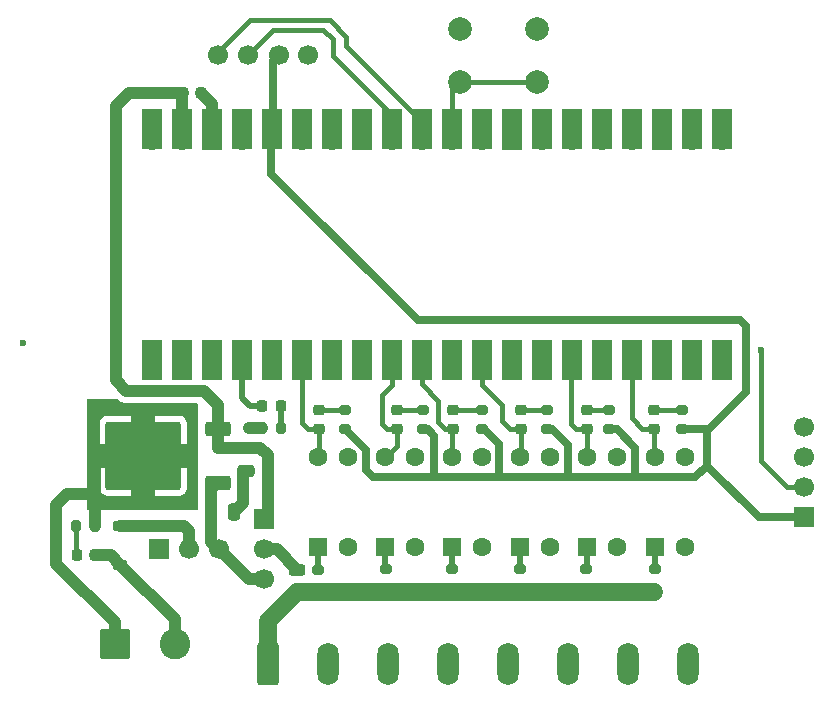
<source format=gbr>
%TF.GenerationSoftware,KiCad,Pcbnew,9.0.2*%
%TF.CreationDate,2025-08-10T10:42:45-04:00*%
%TF.ProjectId,Input_Pico,496e7075-745f-4506-9963-6f2e6b696361,v1*%
%TF.SameCoordinates,Original*%
%TF.FileFunction,Copper,L1,Top*%
%TF.FilePolarity,Positive*%
%FSLAX46Y46*%
G04 Gerber Fmt 4.6, Leading zero omitted, Abs format (unit mm)*
G04 Created by KiCad (PCBNEW 9.0.2) date 2025-08-10 10:42:45*
%MOMM*%
%LPD*%
G01*
G04 APERTURE LIST*
G04 Aperture macros list*
%AMRoundRect*
0 Rectangle with rounded corners*
0 $1 Rounding radius*
0 $2 $3 $4 $5 $6 $7 $8 $9 X,Y pos of 4 corners*
0 Add a 4 corners polygon primitive as box body*
4,1,4,$2,$3,$4,$5,$6,$7,$8,$9,$2,$3,0*
0 Add four circle primitives for the rounded corners*
1,1,$1+$1,$2,$3*
1,1,$1+$1,$4,$5*
1,1,$1+$1,$6,$7*
1,1,$1+$1,$8,$9*
0 Add four rect primitives between the rounded corners*
20,1,$1+$1,$2,$3,$4,$5,0*
20,1,$1+$1,$4,$5,$6,$7,0*
20,1,$1+$1,$6,$7,$8,$9,0*
20,1,$1+$1,$8,$9,$2,$3,0*%
G04 Aperture macros list end*
%TA.AperFunction,SMDPad,CuDef*%
%ADD10RoundRect,0.218750X0.256250X-0.218750X0.256250X0.218750X-0.256250X0.218750X-0.256250X-0.218750X0*%
%TD*%
%TA.AperFunction,SMDPad,CuDef*%
%ADD11RoundRect,0.250000X-0.475000X0.250000X-0.475000X-0.250000X0.475000X-0.250000X0.475000X0.250000X0*%
%TD*%
%TA.AperFunction,SMDPad,CuDef*%
%ADD12RoundRect,0.200000X0.200000X0.275000X-0.200000X0.275000X-0.200000X-0.275000X0.200000X-0.275000X0*%
%TD*%
%TA.AperFunction,SMDPad,CuDef*%
%ADD13RoundRect,0.200000X0.275000X-0.200000X0.275000X0.200000X-0.275000X0.200000X-0.275000X-0.200000X0*%
%TD*%
%TA.AperFunction,ComponentPad*%
%ADD14O,1.700000X1.700000*%
%TD*%
%TA.AperFunction,SMDPad,CuDef*%
%ADD15R,1.700000X3.500000*%
%TD*%
%TA.AperFunction,ComponentPad*%
%ADD16R,1.700000X1.700000*%
%TD*%
%TA.AperFunction,ComponentPad*%
%ADD17C,1.700000*%
%TD*%
%TA.AperFunction,SMDPad,CuDef*%
%ADD18RoundRect,0.250000X-0.250000X-0.475000X0.250000X-0.475000X0.250000X0.475000X-0.250000X0.475000X0*%
%TD*%
%TA.AperFunction,SMDPad,CuDef*%
%ADD19RoundRect,0.243750X0.456250X-0.243750X0.456250X0.243750X-0.456250X0.243750X-0.456250X-0.243750X0*%
%TD*%
%TA.AperFunction,ComponentPad*%
%ADD20RoundRect,0.250000X0.550000X-0.550000X0.550000X0.550000X-0.550000X0.550000X-0.550000X-0.550000X0*%
%TD*%
%TA.AperFunction,ComponentPad*%
%ADD21C,1.600000*%
%TD*%
%TA.AperFunction,SMDPad,CuDef*%
%ADD22RoundRect,0.218750X-0.218750X-0.256250X0.218750X-0.256250X0.218750X0.256250X-0.218750X0.256250X0*%
%TD*%
%TA.AperFunction,ComponentPad*%
%ADD23RoundRect,0.250000X-1.050000X-1.050000X1.050000X-1.050000X1.050000X1.050000X-1.050000X1.050000X0*%
%TD*%
%TA.AperFunction,ComponentPad*%
%ADD24C,2.600000*%
%TD*%
%TA.AperFunction,SMDPad,CuDef*%
%ADD25RoundRect,0.225000X-0.375000X0.225000X-0.375000X-0.225000X0.375000X-0.225000X0.375000X0.225000X0*%
%TD*%
%TA.AperFunction,ComponentPad*%
%ADD26RoundRect,0.250000X-0.650000X-1.550000X0.650000X-1.550000X0.650000X1.550000X-0.650000X1.550000X0*%
%TD*%
%TA.AperFunction,ComponentPad*%
%ADD27O,1.800000X3.600000*%
%TD*%
%TA.AperFunction,ComponentPad*%
%ADD28C,2.000000*%
%TD*%
%TA.AperFunction,SMDPad,CuDef*%
%ADD29RoundRect,0.225000X-0.225000X-0.250000X0.225000X-0.250000X0.225000X0.250000X-0.225000X0.250000X0*%
%TD*%
%TA.AperFunction,SMDPad,CuDef*%
%ADD30RoundRect,0.218750X0.218750X0.256250X-0.218750X0.256250X-0.218750X-0.256250X0.218750X-0.256250X0*%
%TD*%
%TA.AperFunction,SMDPad,CuDef*%
%ADD31RoundRect,0.250000X0.850000X0.350000X-0.850000X0.350000X-0.850000X-0.350000X0.850000X-0.350000X0*%
%TD*%
%TA.AperFunction,SMDPad,CuDef*%
%ADD32RoundRect,0.249997X2.950003X2.650003X-2.950003X2.650003X-2.950003X-2.650003X2.950003X-2.650003X0*%
%TD*%
%TA.AperFunction,ViaPad*%
%ADD33C,0.600000*%
%TD*%
%TA.AperFunction,Conductor*%
%ADD34C,1.000000*%
%TD*%
%TA.AperFunction,Conductor*%
%ADD35C,0.400000*%
%TD*%
%TA.AperFunction,Conductor*%
%ADD36C,0.500000*%
%TD*%
%TA.AperFunction,Conductor*%
%ADD37C,1.500000*%
%TD*%
%TA.AperFunction,Conductor*%
%ADD38C,0.700000*%
%TD*%
G04 APERTURE END LIST*
D10*
%TO.P,D9,1,K*%
%TO.N,IO11*%
X123300000Y-130787500D03*
%TO.P,D9,2,A*%
%TO.N,Net-(D9-A)*%
X123300000Y-129212500D03*
%TD*%
D11*
%TO.P,C2,1*%
%TO.N,+5V*%
X94450000Y-132425000D03*
%TO.P,C2,2*%
%TO.N,GND*%
X94450000Y-134325000D03*
%TD*%
D12*
%TO.P,R1,1*%
%TO.N,GND*%
X81665000Y-139010000D03*
%TO.P,R1,2*%
%TO.N,Net-(D2-K)*%
X80015000Y-139010000D03*
%TD*%
D13*
%TO.P,R6,1*%
%TO.N,B_PWR*%
X117665000Y-144330000D03*
%TO.P,R6,2*%
%TO.N,Net-(R6-Pad2)*%
X117665000Y-142680000D03*
%TD*%
%TO.P,R9,1*%
%TO.N,+3V3*%
X102800000Y-130825000D03*
%TO.P,R9,2*%
%TO.N,Net-(D5-A)*%
X102800000Y-129175000D03*
%TD*%
D10*
%TO.P,D8,1,K*%
%TO.N,IO9*%
X117700000Y-130787500D03*
%TO.P,D8,2,A*%
%TO.N,Net-(D8-A)*%
X117700000Y-129212500D03*
%TD*%
D14*
%TO.P,U1,1,GPIO0*%
%TO.N,unconnected-(U1-GPIO0-Pad1)*%
X86470000Y-124090000D03*
D15*
X86470000Y-124990000D03*
D14*
%TO.P,U1,2,GPIO1*%
%TO.N,unconnected-(U1-GPIO1-Pad2)*%
X89010000Y-124090000D03*
D15*
X89010000Y-124990000D03*
D16*
%TO.P,U1,3,GND*%
%TO.N,GND*%
X91550000Y-124090000D03*
D15*
X91550000Y-124990000D03*
D14*
%TO.P,U1,4,GPIO2*%
%TO.N,Net-(D3-A)*%
X94090000Y-124090000D03*
D15*
X94090000Y-124990000D03*
D14*
%TO.P,U1,5,GPIO3*%
%TO.N,unconnected-(U1-GPIO3-Pad5)*%
X96630000Y-124090000D03*
D15*
X96630000Y-124990000D03*
D14*
%TO.P,U1,6,GPIO4*%
%TO.N,IO4*%
X99170000Y-124090000D03*
D15*
X99170000Y-124990000D03*
D14*
%TO.P,U1,7,GPIO5*%
%TO.N,unconnected-(U1-GPIO5-Pad7)*%
X101710000Y-124090000D03*
D15*
X101710000Y-124990000D03*
D16*
%TO.P,U1,8,GND*%
%TO.N,GND*%
X104250000Y-124090000D03*
D15*
X104250000Y-124990000D03*
D14*
%TO.P,U1,9,GPIO6*%
%TO.N,IO6*%
X106790000Y-124090000D03*
D15*
X106790000Y-124990000D03*
D14*
%TO.P,U1,10,GPIO7*%
%TO.N,IO7*%
X109330000Y-124090000D03*
D15*
X109330000Y-124990000D03*
D14*
%TO.P,U1,11,GPIO8*%
%TO.N,unconnected-(U1-GPIO8-Pad11)*%
X111870000Y-124090000D03*
D15*
X111870000Y-124990000D03*
D14*
%TO.P,U1,12,GPIO9*%
%TO.N,IO9*%
X114410000Y-124090000D03*
D15*
X114410000Y-124990000D03*
D16*
%TO.P,U1,13,GND*%
%TO.N,GND*%
X116950000Y-124090000D03*
D15*
X116950000Y-124990000D03*
D14*
%TO.P,U1,14,GPIO10*%
%TO.N,unconnected-(U1-GPIO10-Pad14)*%
X119490000Y-124090000D03*
D15*
X119490000Y-124990000D03*
D14*
%TO.P,U1,15,GPIO11*%
%TO.N,IO11*%
X122030000Y-124090000D03*
D15*
X122030000Y-124990000D03*
D14*
%TO.P,U1,16,GPIO12*%
%TO.N,unconnected-(U1-GPIO12-Pad16)*%
X124570000Y-124090000D03*
D15*
X124570000Y-124990000D03*
D14*
%TO.P,U1,17,GPIO13*%
%TO.N,IO13*%
X127110000Y-124090000D03*
D15*
X127110000Y-124990000D03*
D16*
%TO.P,U1,18,GND*%
%TO.N,GND*%
X129650000Y-124090000D03*
D15*
X129650000Y-124990000D03*
D14*
%TO.P,U1,19,GPIO14*%
%TO.N,unconnected-(U1-GPIO14-Pad19)*%
X132190000Y-124090000D03*
D15*
X132190000Y-124990000D03*
D14*
%TO.P,U1,20,GPIO15*%
%TO.N,Net-(J4-Pin_2)*%
X134730000Y-124090000D03*
D15*
X134730000Y-124990000D03*
D14*
%TO.P,U1,21,GPIO16*%
%TO.N,unconnected-(U1-GPIO16-Pad21)*%
X134730000Y-106310000D03*
D15*
X134730000Y-105410000D03*
D14*
%TO.P,U1,22,GPIO17*%
%TO.N,unconnected-(U1-GPIO17-Pad22)*%
X132190000Y-106310000D03*
D15*
X132190000Y-105410000D03*
D16*
%TO.P,U1,23,GND*%
%TO.N,GND*%
X129650000Y-106310000D03*
D15*
X129650000Y-105410000D03*
D14*
%TO.P,U1,24,GPIO18*%
%TO.N,unconnected-(U1-GPIO18-Pad24)*%
X127110000Y-106310000D03*
D15*
X127110000Y-105410000D03*
D14*
%TO.P,U1,25,GPIO19*%
%TO.N,unconnected-(U1-GPIO19-Pad25)*%
X124570000Y-106310000D03*
D15*
X124570000Y-105410000D03*
D14*
%TO.P,U1,26,GPIO20*%
%TO.N,unconnected-(U1-GPIO20-Pad26)*%
X122030000Y-106310000D03*
D15*
X122030000Y-105410000D03*
D14*
%TO.P,U1,27,GPIO21*%
%TO.N,unconnected-(U1-GPIO21-Pad27)*%
X119490000Y-106310000D03*
D15*
X119490000Y-105410000D03*
D16*
%TO.P,U1,28,GND*%
%TO.N,GND*%
X116950000Y-106310000D03*
D15*
X116950000Y-105410000D03*
D14*
%TO.P,U1,29,GPIO22*%
%TO.N,unconnected-(U1-GPIO22-Pad29)*%
X114410000Y-106310000D03*
D15*
X114410000Y-105410000D03*
D14*
%TO.P,U1,30,RUN*%
%TO.N,Net-(U1-RUN)*%
X111870000Y-106310000D03*
D15*
X111870000Y-105410000D03*
D14*
%TO.P,U1,31,GPIO26_ADC0*%
%TO.N,/Micro/SDA*%
X109330000Y-106310000D03*
D15*
X109330000Y-105410000D03*
D14*
%TO.P,U1,32,GPIO27_ADC1*%
%TO.N,/Micro/SCL*%
X106790000Y-106310000D03*
D15*
X106790000Y-105410000D03*
D16*
%TO.P,U1,33,AGND*%
%TO.N,unconnected-(U1-AGND-Pad33)*%
X104250000Y-106310000D03*
D15*
X104250000Y-105410000D03*
D14*
%TO.P,U1,34,GPIO28_ADC2*%
%TO.N,unconnected-(U1-GPIO28_ADC2-Pad34)*%
X101710000Y-106310000D03*
D15*
X101710000Y-105410000D03*
D14*
%TO.P,U1,35,ADC_VREF*%
%TO.N,unconnected-(U1-ADC_VREF-Pad35)*%
X99170000Y-106310000D03*
D15*
X99170000Y-105410000D03*
D14*
%TO.P,U1,36,3V3*%
%TO.N,+3V3*%
X96630000Y-106310000D03*
D15*
X96630000Y-105410000D03*
D14*
%TO.P,U1,37,3V3_EN*%
%TO.N,unconnected-(U1-3V3_EN-Pad37)*%
X94090000Y-106310000D03*
D15*
X94090000Y-105410000D03*
D16*
%TO.P,U1,38,GND*%
%TO.N,GND*%
X91550000Y-106310000D03*
D15*
X91550000Y-105410000D03*
D14*
%TO.P,U1,39,VSYS*%
%TO.N,+5V*%
X89010000Y-106310000D03*
D15*
X89010000Y-105410000D03*
D14*
%TO.P,U1,40,VBUS*%
%TO.N,unconnected-(U1-VBUS-Pad40)*%
X86470000Y-106310000D03*
D15*
X86470000Y-105410000D03*
%TD*%
D16*
%TO.P,J1,1,Pin_1*%
%TO.N,+5V*%
X96000000Y-138440000D03*
D17*
%TO.P,J1,2,Pin_2*%
%TO.N,/B_PWR_F*%
X96000000Y-140980000D03*
%TO.P,J1,3,Pin_3*%
%TO.N,VIN2*%
X96000000Y-143520000D03*
%TD*%
D18*
%TO.P,C1,1*%
%TO.N,VIN2*%
X91490000Y-137800000D03*
%TO.P,C1,2*%
%TO.N,GND*%
X93390000Y-137800000D03*
%TD*%
D16*
%TO.P,J4,1,Pin_1*%
%TO.N,+3V3*%
X141650000Y-138295000D03*
D17*
%TO.P,J4,2,Pin_2*%
%TO.N,Net-(J4-Pin_2)*%
X141650000Y-135755000D03*
%TO.P,J4,3,Pin_3*%
%TO.N,unconnected-(J4-Pin_3-Pad3)*%
X141650000Y-133215000D03*
%TO.P,J4,4,Pin_4*%
%TO.N,GND*%
X141650000Y-130675000D03*
%TD*%
D13*
%TO.P,R13,1*%
%TO.N,+3V3*%
X125200000Y-130825000D03*
%TO.P,R13,2*%
%TO.N,Net-(D9-A)*%
X125200000Y-129175000D03*
%TD*%
D12*
%TO.P,R2,1*%
%TO.N,Net-(D3-K)*%
X97425000Y-130700000D03*
%TO.P,R2,2*%
%TO.N,GND*%
X95775000Y-130700000D03*
%TD*%
D13*
%TO.P,R3,1*%
%TO.N,B_PWR*%
X100565000Y-144355000D03*
%TO.P,R3,2*%
%TO.N,Net-(R3-Pad2)*%
X100565000Y-142705000D03*
%TD*%
%TO.P,R14,1*%
%TO.N,+3V3*%
X131400000Y-130825000D03*
%TO.P,R14,2*%
%TO.N,Net-(D10-A)*%
X131400000Y-129175000D03*
%TD*%
D19*
%TO.P,F5,1*%
%TO.N,B_PWR*%
X98790000Y-144607500D03*
%TO.P,F5,2*%
%TO.N,/B_PWR_F*%
X98790000Y-142732500D03*
%TD*%
D20*
%TO.P,U7,1*%
%TO.N,Net-(R6-Pad2)*%
X117625000Y-140810000D03*
D21*
%TO.P,U7,2*%
%TO.N,IN3*%
X120165000Y-140810000D03*
%TO.P,U7,3*%
%TO.N,GND*%
X120165000Y-133190000D03*
%TO.P,U7,4*%
%TO.N,IO9*%
X117625000Y-133190000D03*
%TD*%
D22*
%TO.P,D2,1,K*%
%TO.N,Net-(D2-K)*%
X80102500Y-141500000D03*
%TO.P,D2,2,A*%
%TO.N,VIN1*%
X81677500Y-141500000D03*
%TD*%
D10*
%TO.P,D5,1,K*%
%TO.N,IO4*%
X100600000Y-130787500D03*
%TO.P,D5,2,A*%
%TO.N,Net-(D5-A)*%
X100600000Y-129212500D03*
%TD*%
D20*
%TO.P,U6,1*%
%TO.N,Net-(R5-Pad2)*%
X111925000Y-140805000D03*
D21*
%TO.P,U6,2*%
%TO.N,IN2*%
X114465000Y-140805000D03*
%TO.P,U6,3*%
%TO.N,GND*%
X114465000Y-133185000D03*
%TO.P,U6,4*%
%TO.N,IO7*%
X111925000Y-133185000D03*
%TD*%
D20*
%TO.P,U5,1*%
%TO.N,Net-(R4-Pad2)*%
X106225000Y-140805000D03*
D21*
%TO.P,U5,2*%
%TO.N,IN1*%
X108765000Y-140805000D03*
%TO.P,U5,3*%
%TO.N,GND*%
X108765000Y-133185000D03*
%TO.P,U5,4*%
%TO.N,IO6*%
X106225000Y-133185000D03*
%TD*%
D13*
%TO.P,R10,1*%
%TO.N,+3V3*%
X109400000Y-130825000D03*
%TO.P,R10,2*%
%TO.N,Net-(D6-A)*%
X109400000Y-129175000D03*
%TD*%
D23*
%TO.P,TB1,1,P1*%
%TO.N,GND*%
X83345000Y-149025000D03*
D24*
%TO.P,TB1,2,P2*%
%TO.N,VIN1*%
X88425000Y-149025000D03*
%TD*%
D13*
%TO.P,R12,1*%
%TO.N,+3V3*%
X119900000Y-130825000D03*
%TO.P,R12,2*%
%TO.N,Net-(D8-A)*%
X119900000Y-129175000D03*
%TD*%
D20*
%TO.P,U8,1*%
%TO.N,Net-(R7-Pad2)*%
X123350000Y-140810000D03*
D21*
%TO.P,U8,2*%
%TO.N,IN4*%
X125890000Y-140810000D03*
%TO.P,U8,3*%
%TO.N,GND*%
X125890000Y-133190000D03*
%TO.P,U8,4*%
%TO.N,IO11*%
X123350000Y-133190000D03*
%TD*%
D13*
%TO.P,R5,1*%
%TO.N,B_PWR*%
X111865000Y-144330000D03*
%TO.P,R5,2*%
%TO.N,Net-(R5-Pad2)*%
X111865000Y-142680000D03*
%TD*%
%TO.P,R11,1*%
%TO.N,+3V3*%
X114400000Y-130825000D03*
%TO.P,R11,2*%
%TO.N,Net-(D7-A)*%
X114400000Y-129175000D03*
%TD*%
D20*
%TO.P,U9,1*%
%TO.N,Net-(R8-Pad2)*%
X129065000Y-140805000D03*
D21*
%TO.P,U9,2*%
%TO.N,IN5*%
X131605000Y-140805000D03*
%TO.P,U9,3*%
%TO.N,GND*%
X131605000Y-133185000D03*
%TO.P,U9,4*%
%TO.N,IO13*%
X129065000Y-133185000D03*
%TD*%
D10*
%TO.P,D6,1,K*%
%TO.N,IO6*%
X107200000Y-130787500D03*
%TO.P,D6,2,A*%
%TO.N,Net-(D6-A)*%
X107200000Y-129212500D03*
%TD*%
D13*
%TO.P,R7,1*%
%TO.N,B_PWR*%
X123265000Y-144330000D03*
%TO.P,R7,2*%
%TO.N,Net-(R7-Pad2)*%
X123265000Y-142680000D03*
%TD*%
D25*
%TO.P,D1,1,K*%
%TO.N,/VIN*%
X83810000Y-139002500D03*
%TO.P,D1,2,A*%
%TO.N,VIN1*%
X83810000Y-142302500D03*
%TD*%
D13*
%TO.P,R8,1*%
%TO.N,B_PWR*%
X129065000Y-144330000D03*
%TO.P,R8,2*%
%TO.N,Net-(R8-Pad2)*%
X129065000Y-142680000D03*
%TD*%
D26*
%TO.P,J5,1,Pin_1*%
%TO.N,B_PWR*%
X96345000Y-150705000D03*
D27*
%TO.P,J5,2,Pin_2*%
%TO.N,IN0*%
X101425000Y-150705000D03*
%TO.P,J5,3,Pin_3*%
%TO.N,IN1*%
X106505000Y-150705000D03*
%TO.P,J5,4,Pin_4*%
%TO.N,IN2*%
X111585000Y-150705000D03*
%TO.P,J5,5,Pin_5*%
%TO.N,IN3*%
X116665000Y-150705000D03*
%TO.P,J5,6,Pin_6*%
%TO.N,IN4*%
X121745000Y-150705000D03*
%TO.P,J5,7,Pin_7*%
%TO.N,IN5*%
X126825000Y-150705000D03*
%TO.P,J5,8,Pin_8*%
%TO.N,GND*%
X131905000Y-150705000D03*
%TD*%
D28*
%TO.P,SW1,1,1*%
%TO.N,Net-(U1-RUN)*%
X119100000Y-101400000D03*
X112600000Y-101400000D03*
%TO.P,SW1,2,2*%
%TO.N,GND*%
X119100000Y-96900000D03*
X112600000Y-96900000D03*
%TD*%
D29*
%TO.P,C3,1*%
%TO.N,+5V*%
X89125000Y-102400000D03*
%TO.P,C3,2*%
%TO.N,GND*%
X90675000Y-102400000D03*
%TD*%
D16*
%TO.P,J2,1,Pin_1*%
%TO.N,+5V*%
X87070000Y-141000000D03*
D17*
%TO.P,J2,2,Pin_2*%
%TO.N,/VIN*%
X89610000Y-141000000D03*
%TO.P,J2,3,Pin_3*%
%TO.N,VIN2*%
X92150000Y-141000000D03*
%TD*%
D30*
%TO.P,D3,1,K*%
%TO.N,Net-(D3-K)*%
X97387500Y-128900000D03*
%TO.P,D3,2,A*%
%TO.N,Net-(D3-A)*%
X95812500Y-128900000D03*
%TD*%
D13*
%TO.P,R4,1*%
%TO.N,B_PWR*%
X106265000Y-144330000D03*
%TO.P,R4,2*%
%TO.N,Net-(R4-Pad2)*%
X106265000Y-142680000D03*
%TD*%
D31*
%TO.P,U3,1,IN*%
%TO.N,VIN2*%
X92050000Y-135355000D03*
D32*
%TO.P,U3,2,GND*%
%TO.N,GND*%
X85750000Y-133075000D03*
D31*
%TO.P,U3,3,OUT*%
%TO.N,+5V*%
X92050000Y-130795000D03*
%TD*%
D17*
%TO.P,J3,1,Pin_1*%
%TO.N,/Micro/SDA*%
X92100000Y-99150000D03*
%TO.P,J3,2,Pin_2*%
%TO.N,/Micro/SCL*%
X94600000Y-99150000D03*
%TO.P,J3,3,Pin_3*%
%TO.N,+3V3*%
X97200000Y-99150000D03*
%TO.P,J3,4,Pin_4*%
%TO.N,GND*%
X99700000Y-99150000D03*
%TD*%
D10*
%TO.P,D7,1,K*%
%TO.N,IO7*%
X112000000Y-130787500D03*
%TO.P,D7,2,A*%
%TO.N,Net-(D7-A)*%
X112000000Y-129212500D03*
%TD*%
D20*
%TO.P,U4,1*%
%TO.N,Net-(R3-Pad2)*%
X100525000Y-140805000D03*
D21*
%TO.P,U4,2*%
%TO.N,IN0*%
X103065000Y-140805000D03*
%TO.P,U4,3*%
%TO.N,GND*%
X103065000Y-133185000D03*
%TO.P,U4,4*%
%TO.N,IO4*%
X100525000Y-133185000D03*
%TD*%
D10*
%TO.P,D10,1,K*%
%TO.N,IO13*%
X129000000Y-130787500D03*
%TO.P,D10,2,A*%
%TO.N,Net-(D10-A)*%
X129000000Y-129212500D03*
%TD*%
D33*
%TO.N,*%
X75600000Y-123500000D03*
%TO.N,GND*%
X89750000Y-131150000D03*
X89850000Y-129750000D03*
X89775000Y-136975000D03*
X86981250Y-136975000D03*
X81575000Y-136375000D03*
X78400000Y-140510000D03*
X83400000Y-136975000D03*
X81575000Y-135035000D03*
X89850000Y-132600000D03*
X84543750Y-129125000D03*
X79900000Y-136350000D03*
X84593750Y-136975000D03*
X81575000Y-132355000D03*
X86931250Y-129125000D03*
X83350000Y-129125000D03*
X81575000Y-131015000D03*
X88125000Y-129125000D03*
X88175000Y-136975000D03*
X94220000Y-136440000D03*
X78400000Y-139310000D03*
X78400000Y-138200000D03*
X89850000Y-134025000D03*
X94700000Y-130700000D03*
X81575000Y-133695000D03*
X85787500Y-136975000D03*
X94220000Y-135460000D03*
X81575000Y-129675000D03*
X89850000Y-135325000D03*
X85737500Y-129125000D03*
%TO.N,Net-(J4-Pin_2)*%
X138075000Y-124125000D03*
%TD*%
D34*
%TO.N,GND*%
X81650000Y-137460000D02*
X81650000Y-138995000D01*
X83345000Y-147185000D02*
X78400000Y-142240000D01*
X85950000Y-130900000D02*
X83800000Y-130900000D01*
X81650000Y-138995000D02*
X81665000Y-139010000D01*
X81550000Y-136350000D02*
X81650000Y-136450000D01*
X81650000Y-133850000D02*
X81650000Y-135925000D01*
X78400000Y-139310000D02*
X78400000Y-138200000D01*
X78400000Y-142240000D02*
X78400000Y-140510000D01*
X93390000Y-137800000D02*
X93470000Y-137800000D01*
X91540000Y-106300000D02*
X91540000Y-103265000D01*
X78400000Y-138200000D02*
X78400000Y-137210000D01*
X91540000Y-103265000D02*
X90675000Y-102400000D01*
X83700000Y-131800000D02*
X81650000Y-133850000D01*
X78400000Y-137210000D02*
X79260000Y-136350000D01*
X91550000Y-106310000D02*
X91540000Y-106300000D01*
X81650000Y-135925000D02*
X81650000Y-137460000D01*
X83700000Y-131000000D02*
X83700000Y-131800000D01*
X93470000Y-137800000D02*
X94220000Y-137050000D01*
X94700000Y-130700000D02*
X95775000Y-130700000D01*
X78400000Y-140510000D02*
X78400000Y-139310000D01*
X94220000Y-137050000D02*
X94220000Y-136440000D01*
X81650000Y-136450000D02*
X81650000Y-137460000D01*
X79260000Y-136350000D02*
X79900000Y-136350000D01*
X79900000Y-136350000D02*
X81550000Y-136350000D01*
X94220000Y-136440000D02*
X94220000Y-135460000D01*
X83800000Y-130900000D02*
X83700000Y-131000000D01*
X94220000Y-135460000D02*
X94220000Y-134555000D01*
X94220000Y-134555000D02*
X94450000Y-134325000D01*
X83345000Y-149025000D02*
X83345000Y-147185000D01*
%TO.N,+5V*%
X89000000Y-106300000D02*
X89000000Y-102525000D01*
X89010000Y-106310000D02*
X89000000Y-106300000D01*
X96300000Y-133050000D02*
X96300000Y-138250000D01*
X92100000Y-132425000D02*
X92050000Y-132375000D01*
X94450000Y-132425000D02*
X92100000Y-132425000D01*
X92050000Y-132375000D02*
X92050000Y-130795000D01*
X84300000Y-127600000D02*
X83400000Y-126700000D01*
X96110000Y-138440000D02*
X96000000Y-138440000D01*
X84500000Y-102400000D02*
X89125000Y-102400000D01*
X92050000Y-128750000D02*
X90900000Y-127600000D01*
X92050000Y-130795000D02*
X92050000Y-128750000D01*
X95675000Y-132425000D02*
X96300000Y-133050000D01*
X90900000Y-127600000D02*
X84300000Y-127600000D01*
X83400000Y-103500000D02*
X84500000Y-102400000D01*
X94450000Y-132425000D02*
X95675000Y-132425000D01*
X83400000Y-126700000D02*
X83400000Y-103500000D01*
X89000000Y-102525000D02*
X89125000Y-102400000D01*
X96300000Y-138250000D02*
X96110000Y-138440000D01*
%TO.N,/VIN*%
X83817500Y-139010000D02*
X83810000Y-139002500D01*
X89610000Y-141000000D02*
X89610000Y-139420000D01*
X89610000Y-139420000D02*
X89200000Y-139010000D01*
X89200000Y-139010000D02*
X83817500Y-139010000D01*
%TO.N,VIN1*%
X88425000Y-149025000D02*
X88425000Y-149335000D01*
X83007500Y-141500000D02*
X83810000Y-142302500D01*
X88425000Y-146935000D02*
X88425000Y-149025000D01*
X83810000Y-142302500D02*
X83810000Y-142320000D01*
X83810000Y-142320000D02*
X88425000Y-146935000D01*
X81677500Y-141500000D02*
X83007500Y-141500000D01*
D35*
%TO.N,Net-(D2-K)*%
X80015000Y-141412500D02*
X80102500Y-141500000D01*
X80015000Y-139010000D02*
X80015000Y-141412500D01*
D36*
%TO.N,Net-(D3-A)*%
X94100000Y-128200000D02*
X94100000Y-124100000D01*
X95812500Y-128900000D02*
X94800000Y-128900000D01*
X94800000Y-128900000D02*
X94100000Y-128200000D01*
D35*
X94100000Y-124100000D02*
X94090000Y-124090000D01*
D36*
%TO.N,Net-(D3-K)*%
X97387500Y-130662500D02*
X97425000Y-130700000D01*
X97387500Y-128900000D02*
X97387500Y-130662500D01*
D35*
%TO.N,IO9*%
X114410000Y-127110000D02*
X114410000Y-124090000D01*
X116787500Y-130787500D02*
X116100000Y-130100000D01*
X116100000Y-128800000D02*
X114410000Y-127110000D01*
X117700000Y-133115000D02*
X117625000Y-133190000D01*
X117700000Y-130787500D02*
X116787500Y-130787500D01*
X117700000Y-130787500D02*
X117700000Y-133115000D01*
X116100000Y-130100000D02*
X116100000Y-128800000D01*
%TO.N,Net-(D5-A)*%
X100887500Y-129212500D02*
X100600000Y-129212500D01*
X100900000Y-129200000D02*
X100887500Y-129212500D01*
X102800000Y-129175000D02*
X102550000Y-129175000D01*
X102550000Y-129175000D02*
X102525000Y-129200000D01*
X102525000Y-129200000D02*
X100900000Y-129200000D01*
%TO.N,IO11*%
X122900000Y-130787500D02*
X122887500Y-130800000D01*
X122400000Y-130800000D02*
X122000000Y-130400000D01*
X123350000Y-133190000D02*
X123300000Y-133140000D01*
X122887500Y-130800000D02*
X122400000Y-130800000D01*
X123300000Y-130875000D02*
X123212500Y-130787500D01*
X123300000Y-133140000D02*
X123300000Y-130875000D01*
X123300000Y-130787500D02*
X122900000Y-130787500D01*
X123212500Y-130787500D02*
X123300000Y-130787500D01*
X122000000Y-124120000D02*
X122030000Y-124090000D01*
X122000000Y-130400000D02*
X122000000Y-124120000D01*
%TO.N,Net-(D6-A)*%
X108975000Y-129200000D02*
X107212500Y-129200000D01*
X109000000Y-129175000D02*
X108975000Y-129200000D01*
X109400000Y-129175000D02*
X109000000Y-129175000D01*
X107212500Y-129200000D02*
X107200000Y-129212500D01*
%TO.N,Net-(D7-A)*%
X114000000Y-129175000D02*
X113975000Y-129200000D01*
X114400000Y-129175000D02*
X114000000Y-129175000D01*
X112012500Y-129200000D02*
X112000000Y-129212500D01*
X113975000Y-129200000D02*
X112012500Y-129200000D01*
%TO.N,IO4*%
X100600000Y-133110000D02*
X100525000Y-133185000D01*
X100587500Y-130800000D02*
X100600000Y-130787500D01*
X99200000Y-124120000D02*
X99200000Y-130300000D01*
X99700000Y-130800000D02*
X100587500Y-130800000D01*
X100600000Y-130787500D02*
X100600000Y-133110000D01*
X99170000Y-124090000D02*
X99200000Y-124120000D01*
X99200000Y-130300000D02*
X99700000Y-130800000D01*
%TO.N,IO13*%
X127100000Y-129900000D02*
X127100000Y-124100000D01*
X129000000Y-130787500D02*
X128987500Y-130800000D01*
X127100000Y-124100000D02*
X127110000Y-124090000D01*
X129000000Y-130787500D02*
X129000000Y-133120000D01*
X128987500Y-130800000D02*
X128000000Y-130800000D01*
X129000000Y-133120000D02*
X129065000Y-133185000D01*
X128000000Y-130800000D02*
X127100000Y-129900000D01*
%TO.N,Net-(D8-A)*%
X117712500Y-129200000D02*
X117700000Y-129212500D01*
X119900000Y-129175000D02*
X119100000Y-129175000D01*
X119100000Y-129175000D02*
X119075000Y-129200000D01*
X119075000Y-129200000D02*
X117712500Y-129200000D01*
%TO.N,IO6*%
X107200000Y-132210000D02*
X106225000Y-133185000D01*
X106790000Y-127110000D02*
X106790000Y-124090000D01*
X106000000Y-127900000D02*
X106790000Y-127110000D01*
X107200000Y-130787500D02*
X107200000Y-132210000D01*
X107200000Y-130787500D02*
X106387500Y-130787500D01*
X106387500Y-130787500D02*
X106000000Y-130400000D01*
X106000000Y-130400000D02*
X106000000Y-127900000D01*
%TO.N,Net-(D9-A)*%
X124900000Y-129175000D02*
X124862500Y-129212500D01*
X124862500Y-129212500D02*
X123300000Y-129212500D01*
X125200000Y-129175000D02*
X124900000Y-129175000D01*
%TO.N,Net-(D10-A)*%
X129037500Y-129175000D02*
X129000000Y-129212500D01*
X131400000Y-129175000D02*
X129037500Y-129175000D01*
%TO.N,IO7*%
X110700000Y-130200000D02*
X110700000Y-128400000D01*
X112000000Y-130787500D02*
X111287500Y-130787500D01*
X109330000Y-127030000D02*
X109330000Y-124090000D01*
X110700000Y-128400000D02*
X109330000Y-127030000D01*
X111287500Y-130787500D02*
X110700000Y-130200000D01*
X111925000Y-130862500D02*
X112000000Y-130787500D01*
X111925000Y-133185000D02*
X111925000Y-130862500D01*
D37*
%TO.N,B_PWR*%
X96345000Y-150705000D02*
X96345000Y-147052500D01*
X96345000Y-147052500D02*
X98790000Y-144607500D01*
X98790000Y-144607500D02*
X98805000Y-144607500D01*
X98812500Y-144600000D02*
X129032500Y-144600000D01*
D34*
X128890000Y-144505000D02*
X129065000Y-144330000D01*
D37*
X98805000Y-144607500D02*
X98812500Y-144600000D01*
D35*
%TO.N,/Micro/SDA*%
X102950000Y-98400000D02*
X109330000Y-104780000D01*
X101550000Y-96200000D02*
X102950000Y-97600000D01*
X102950000Y-97600000D02*
X102950000Y-98400000D01*
X92100000Y-99150000D02*
X92100000Y-98900000D01*
X109330000Y-104780000D02*
X109330000Y-106310000D01*
X92100000Y-98900000D02*
X94800000Y-96200000D01*
X94800000Y-96200000D02*
X101550000Y-96200000D01*
D38*
%TO.N,+3V3*%
X136800000Y-127650000D02*
X136800000Y-122100000D01*
X110400000Y-131400000D02*
X109825000Y-130825000D01*
X120325000Y-130800000D02*
X121700000Y-132175000D01*
X131400000Y-130825000D02*
X133625000Y-130825000D01*
X96600000Y-109200000D02*
X96600000Y-106340000D01*
X119925000Y-130800000D02*
X120325000Y-130800000D01*
X96700000Y-99650000D02*
X96700000Y-106240000D01*
X136300000Y-121600000D02*
X109000000Y-121600000D01*
X137895000Y-138295000D02*
X133500000Y-133900000D01*
X115900000Y-134900000D02*
X110400000Y-134900000D01*
X121700000Y-132175000D02*
X121700000Y-134900000D01*
X133500000Y-133900000D02*
X132500000Y-134900000D01*
X96600000Y-106340000D02*
X96630000Y-106310000D01*
X125200000Y-130825000D02*
X125825000Y-130825000D01*
X104600000Y-132625000D02*
X104600000Y-134300000D01*
X121700000Y-134900000D02*
X115900000Y-134900000D01*
X115900000Y-134900000D02*
X115900000Y-132100000D01*
X115900000Y-132100000D02*
X114625000Y-130825000D01*
X133350000Y-130825000D02*
X133350000Y-130875000D01*
X102800000Y-130825000D02*
X104600000Y-132625000D01*
X104600000Y-134300000D02*
X105200000Y-134900000D01*
X133500000Y-131025000D02*
X133500000Y-133900000D01*
X110400000Y-134900000D02*
X110400000Y-131400000D01*
X105200000Y-134900000D02*
X110400000Y-134900000D01*
X127400000Y-132400000D02*
X127400000Y-134900000D01*
X133625000Y-130825000D02*
X136800000Y-127650000D01*
X114625000Y-130825000D02*
X114400000Y-130825000D01*
X109825000Y-130825000D02*
X109400000Y-130825000D01*
X125825000Y-130825000D02*
X127400000Y-132400000D01*
X109000000Y-121600000D02*
X96600000Y-109200000D01*
X133350000Y-130875000D02*
X133500000Y-131025000D01*
X132500000Y-134900000D02*
X127400000Y-134900000D01*
X141650000Y-138295000D02*
X137895000Y-138295000D01*
X97200000Y-99150000D02*
X96700000Y-99650000D01*
X136800000Y-122100000D02*
X136300000Y-121600000D01*
X119900000Y-130825000D02*
X119925000Y-130800000D01*
X96700000Y-106240000D02*
X96630000Y-106310000D01*
X127400000Y-134900000D02*
X121700000Y-134900000D01*
D35*
%TO.N,/Micro/SCL*%
X96750000Y-97000000D02*
X94600000Y-99150000D01*
X101800000Y-99250000D02*
X101800000Y-97800000D01*
X106790000Y-104240000D02*
X101800000Y-99250000D01*
X106790000Y-106310000D02*
X106790000Y-104240000D01*
X101000000Y-97000000D02*
X96750000Y-97000000D01*
X101800000Y-97800000D02*
X101000000Y-97000000D01*
D36*
%TO.N,Net-(R3-Pad2)*%
X100565000Y-142705000D02*
X100565000Y-140845000D01*
X100565000Y-140845000D02*
X100525000Y-140805000D01*
%TO.N,Net-(R4-Pad2)*%
X106225000Y-140805000D02*
X106225000Y-142640000D01*
X106225000Y-142640000D02*
X106265000Y-142680000D01*
%TO.N,Net-(R5-Pad2)*%
X111925000Y-142620000D02*
X111865000Y-142680000D01*
X111925000Y-140805000D02*
X111925000Y-142620000D01*
%TO.N,Net-(R6-Pad2)*%
X117625000Y-140810000D02*
X117625000Y-142640000D01*
X117625000Y-142640000D02*
X117665000Y-142680000D01*
%TO.N,Net-(R7-Pad2)*%
X123350000Y-140810000D02*
X123350000Y-142595000D01*
X123350000Y-142595000D02*
X123265000Y-142680000D01*
%TO.N,Net-(R8-Pad2)*%
X129065000Y-140805000D02*
X129065000Y-142680000D01*
D35*
%TO.N,Net-(J4-Pin_2)*%
X141650000Y-135755000D02*
X140280000Y-135755000D01*
X138075000Y-133550000D02*
X138075000Y-124125000D01*
X140280000Y-135755000D02*
X138075000Y-133550000D01*
%TO.N,Net-(U1-RUN)*%
X112600000Y-101400000D02*
X119100000Y-101400000D01*
X111870000Y-102130000D02*
X111870000Y-106310000D01*
X112600000Y-101400000D02*
X111870000Y-102130000D01*
%TO.N,unconnected-(U1-GPIO5-Pad7)*%
X101710000Y-124090000D02*
X101300000Y-124500000D01*
X101300000Y-124500000D02*
X101300000Y-126200000D01*
D34*
%TO.N,VIN2*%
X91510000Y-135895000D02*
X92050000Y-135355000D01*
X96090000Y-143540000D02*
X96070000Y-143520000D01*
X92150000Y-141000000D02*
X91490000Y-140340000D01*
X96070000Y-143520000D02*
X96000000Y-143520000D01*
X91510000Y-137780000D02*
X91510000Y-135895000D01*
X96000000Y-143520000D02*
X94670000Y-143520000D01*
X91490000Y-137800000D02*
X91510000Y-137780000D01*
X91490000Y-140340000D02*
X91490000Y-137800000D01*
X94670000Y-143520000D02*
X92150000Y-141000000D01*
%TO.N,/B_PWR_F*%
X96000000Y-140980000D02*
X97037500Y-140980000D01*
X97037500Y-140980000D02*
X98790000Y-142732500D01*
%TD*%
%TA.AperFunction,Conductor*%
%TO.N,GND*%
G36*
X83550756Y-128269685D02*
G01*
X83571393Y-128286314D01*
X83659079Y-128374000D01*
X83662219Y-128377140D01*
X83826079Y-128486628D01*
X83826092Y-128486635D01*
X83954833Y-128539961D01*
X83997744Y-128557735D01*
X84008164Y-128562051D01*
X84104812Y-128581275D01*
X84153135Y-128590887D01*
X84201458Y-128600500D01*
X84201459Y-128600500D01*
X84201460Y-128600500D01*
X84398540Y-128600500D01*
X90226000Y-128600500D01*
X90293039Y-128620185D01*
X90338794Y-128672989D01*
X90350000Y-128724500D01*
X90350000Y-137576000D01*
X90330315Y-137643039D01*
X90277511Y-137688794D01*
X90226000Y-137700000D01*
X81124000Y-137700000D01*
X81056961Y-137680315D01*
X81011206Y-137627511D01*
X81000000Y-137576000D01*
X81000000Y-135774988D01*
X82050001Y-135774988D01*
X82060494Y-135877699D01*
X82115640Y-136044120D01*
X82115642Y-136044125D01*
X82207683Y-136193346D01*
X82331653Y-136317316D01*
X82480874Y-136409357D01*
X82480879Y-136409359D01*
X82647301Y-136464505D01*
X82750017Y-136474999D01*
X84749999Y-136474999D01*
X86750000Y-136474999D01*
X88749974Y-136474999D01*
X88749988Y-136474998D01*
X88852699Y-136464505D01*
X89019120Y-136409359D01*
X89019125Y-136409357D01*
X89168346Y-136317316D01*
X89292316Y-136193346D01*
X89384357Y-136044125D01*
X89384359Y-136044120D01*
X89439505Y-135877698D01*
X89449999Y-135774988D01*
X89450000Y-135774975D01*
X89450000Y-134075000D01*
X86750000Y-134075000D01*
X86750000Y-136474999D01*
X84749999Y-136474999D01*
X84750000Y-136474998D01*
X84750000Y-134075000D01*
X82050001Y-134075000D01*
X82050001Y-135774988D01*
X81000000Y-135774988D01*
X81000000Y-130375011D01*
X82050000Y-130375011D01*
X82050000Y-132075000D01*
X84750000Y-132075000D01*
X86750000Y-132075000D01*
X89449999Y-132075000D01*
X89449999Y-130375026D01*
X89449998Y-130375011D01*
X89439505Y-130272300D01*
X89384359Y-130105879D01*
X89384357Y-130105874D01*
X89292316Y-129956653D01*
X89168346Y-129832683D01*
X89019125Y-129740642D01*
X89019120Y-129740640D01*
X88852698Y-129685494D01*
X88749988Y-129675000D01*
X86750000Y-129675000D01*
X86750000Y-132075000D01*
X84750000Y-132075000D01*
X84750000Y-129675000D01*
X82750026Y-129675000D01*
X82750010Y-129675001D01*
X82647300Y-129685494D01*
X82480879Y-129740640D01*
X82480874Y-129740642D01*
X82331653Y-129832683D01*
X82207683Y-129956653D01*
X82115642Y-130105874D01*
X82115640Y-130105879D01*
X82060494Y-130272301D01*
X82050000Y-130375011D01*
X81000000Y-130375011D01*
X81000000Y-128374000D01*
X81019685Y-128306961D01*
X81072489Y-128261206D01*
X81124000Y-128250000D01*
X83483717Y-128250000D01*
X83550756Y-128269685D01*
G37*
%TD.AperFunction*%
%TD*%
M02*

</source>
